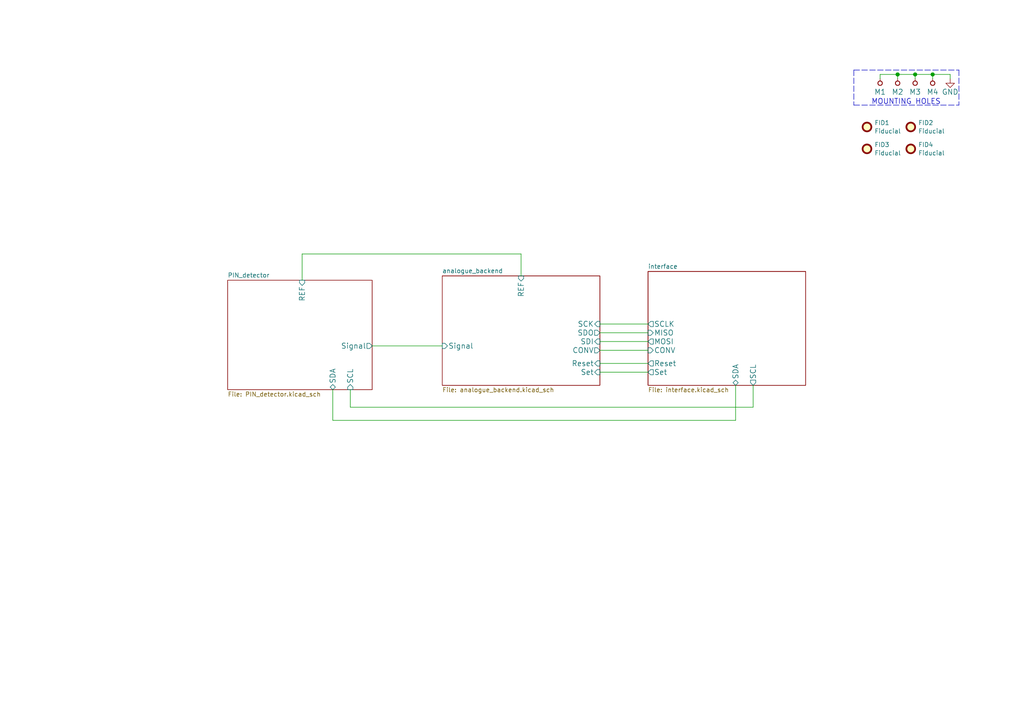
<source format=kicad_sch>
(kicad_sch (version 20230121) (generator eeschema)
  (paper "A4")
  (title_block (title "AIRDOS04A base board") (date "2023-10-23") (company "Jakub Kákona <info@ust.cz>") (comment 2 "Airborne semiconductor\\nionizing radiation detector") (comment 4 "GPL 3"))
  (lib_symbols
    (symbol "MLAB_MECHANICAL:HOLE" (pin_numbers hide) (pin_names (offset 1.016) hide)
      (property "Reference" "M" (at 0 2.54 0))
      (property "Value" "HOLE" (at 0 -2.54 0))
      (symbol "HOLE_0_1"
        (circle (center 0 0) (radius 0.635) (stroke (width 0.254)))
      )
      (symbol "HOLE_1_1"
        (pin input line (at 1.27 0 180) (length 0.635) (name "~") (number "1"))
      )
    )
    (symbol "Mechanical:Fiducial"
      (property "Reference" "FID" (at 0 5.08 0))
      (property "Value" "Fiducial" (at 0 3.175 0))
      (symbol "Fiducial_0_1"
        (circle (center 0 0) (radius 1.27) (stroke (width 0.508)) (fill (type background)))
      )
    )
    (symbol "power:GND" (power) (pin_names (offset 0))
      (property "Value" "GND" (at 0 -3.81 0))
      (symbol "GND_0_1"
        (polyline (pts (xy 0 0) (xy 0 -1.27) (xy 1.27 -1.27) (xy 0 -2.54) (xy -1.27 -1.27) (xy 0 -1.27)))
      )
      (symbol "GND_1_1"
        (pin power_in line (at 0 0 270) (length 0) hide (name "GND") (number "1"))
      )
    )
  )
  (junction (at 265.43 21.59) (diameter 1.016))
  (junction (at 260.35 21.59) (diameter 1.016))
  (junction (at 270.51 21.59) (diameter 1.016))
  (wire (pts (xy 265.43 21.59) (xy 260.35 21.59)))
  (wire (pts (xy 173.99 105.41) (xy 187.96 105.41)))
  (wire (pts (xy 96.52 113.03) (xy 96.52 121.92)))
  (wire (pts (xy 270.51 21.59) (xy 265.43 21.59)))
  (polyline (pts (xy 247.65 20.32) (xy 247.65 30.48)) (stroke (width 0) (type dash)))
  (wire (pts (xy 87.63 81.28) (xy 87.63 73.66)))
  (wire (pts (xy 173.99 107.95) (xy 187.96 107.95)))
  (polyline (pts (xy 247.65 20.32) (xy 278.13 20.32)) (stroke (width 0) (type dash)))
  (polyline (pts (xy 278.13 20.32) (xy 278.13 30.48)) (stroke (width 0) (type dash)))
  (wire (pts (xy 87.63 73.66) (xy 151.13 73.66)))
  (wire (pts (xy 151.13 73.66) (xy 151.13 80.01)))
  (wire (pts (xy 173.99 96.52) (xy 187.96 96.52)))
  (wire (pts (xy 218.44 118.11) (xy 101.6 118.11)))
  (wire (pts (xy 173.99 93.98) (xy 187.96 93.98)))
  (wire (pts (xy 265.43 22.86) (xy 265.43 21.59)))
  (polyline (pts (xy 247.65 30.48) (xy 278.13 30.48)) (stroke (width 0) (type dash)))
  (wire (pts (xy 260.35 22.86) (xy 260.35 21.59)))
  (wire (pts (xy 107.95 100.33) (xy 128.27 100.33)))
  (wire (pts (xy 218.44 111.76) (xy 218.44 118.11)))
  (wire (pts (xy 275.59 22.86) (xy 275.59 21.59)))
  (wire (pts (xy 213.36 121.92) (xy 213.36 111.76)))
  (wire (pts (xy 173.99 99.06) (xy 187.96 99.06)))
  (wire (pts (xy 260.35 21.59) (xy 255.27 21.59)))
  (wire (pts (xy 255.27 21.59) (xy 255.27 22.86)))
  (wire (pts (xy 270.51 22.86) (xy 270.51 21.59)))
  (wire (pts (xy 96.52 121.92) (xy 213.36 121.92)))
  (wire (pts (xy 101.6 118.11) (xy 101.6 113.03)))
  (wire (pts (xy 275.59 21.59) (xy 270.51 21.59)))
  (wire (pts (xy 173.99 101.6) (xy 187.96 101.6)))
  (text "MOUNTING HOLES" (at 252.73 30.48 0) (effects (font (size 1.524 1.524)) (justify left bottom)))
  (symbol (lib_id "MLAB_MECHANICAL:HOLE") (at 255.27 24.13 90) (unit 1)
    (property "Reference" "M1" (at 255.27 26.67 90) (effects (font (size 1.524 1.524))))
    (property "Value" "HOLE" (effects hide))
    (property "Footprint" "Mlab_Mechanical:MountingHole_3mm" (effects hide))
  )
  (symbol (lib_id "Mechanical:Fiducial") (at 264.16 43.18 0) (unit 1)
    (property "Reference" "FID4" (at 266.319 41.9679 0) (effects (justify left)))
    (property "Value" "Fiducial" (at 266.319 44.3921 0) (effects (justify left)))
    (property "Footprint" "Fiducial:Fiducial_1mm_Mask2mm" (effects hide))
  )
  (symbol (lib_id "Mechanical:Fiducial") (at 251.46 43.18 0) (unit 1)
    (property "Reference" "FID3" (at 253.619 41.9679 0) (effects (justify left)))
    (property "Value" "Fiducial" (at 253.619 44.3921 0) (effects (justify left)))
    (property "Footprint" "Fiducial:Fiducial_1mm_Mask2mm" (effects hide))
  )
  (symbol (lib_id "power:GND") (at 275.59 22.86 0) (unit 1)
    (property "Reference" "#PWR01" (effects hide))
    (property "Value" "GND" (at 275.59 26.67 0) (effects (font (size 1.524 1.524))))
  )
  (symbol (lib_id "MLAB_MECHANICAL:HOLE") (at 260.35 24.13 90) (unit 1)
    (property "Reference" "M2" (at 260.35 26.67 90) (effects (font (size 1.524 1.524))))
    (property "Value" "HOLE" (effects hide))
    (property "Footprint" "Mlab_Mechanical:MountingHole_3mm" (effects hide))
  )
  (symbol (lib_id "MLAB_MECHANICAL:HOLE") (at 265.43 24.13 90) (unit 1)
    (property "Reference" "M3" (at 265.43 26.67 90) (effects (font (size 1.524 1.524))))
    (property "Value" "HOLE" (effects hide))
    (property "Footprint" "Mlab_Mechanical:MountingHole_3mm" (effects hide))
  )
  (symbol (lib_id "Mechanical:Fiducial") (at 251.46 36.83 0) (unit 1)
    (property "Reference" "FID1" (at 253.619 35.6179 0) (effects (justify left)))
    (property "Value" "Fiducial" (at 253.619 38.0421 0) (effects (justify left)))
    (property "Footprint" "Fiducial:Fiducial_1mm_Mask2mm" (effects hide))
  )
  (symbol (lib_id "Mechanical:Fiducial") (at 264.16 36.83 0) (unit 1)
    (property "Reference" "FID2" (at 266.319 35.6179 0) (effects (justify left)))
    (property "Value" "Fiducial" (at 266.319 38.0421 0) (effects (justify left)))
    (property "Footprint" "Fiducial:Fiducial_1mm_Mask2mm" (effects hide))
  )
  (symbol (lib_id "MLAB_MECHANICAL:HOLE") (at 270.51 24.13 90) (unit 1)
    (property "Reference" "M4" (at 270.51 26.67 90) (effects (font (size 1.524 1.524))))
    (property "Value" "HOLE" (effects hide))
    (property "Footprint" "Mlab_Mechanical:MountingHole_3mm" (effects hide))
  )
  (sheet (at 187.96 78.74) (size 45.72 33.02) (stroke (width 0.1524))
    (property "Sheetname" "interface" (at 187.96 78.0284 0) (effects (justify left bottom)))
    (property "Sheetfile" "interface.kicad_sch" (at 187.96 112.3446 0) (effects (justify left top)))
    (pin "CONV" input (at 187.96 101.6 180) (effects (font (size 1.524 1.524))))
    (pin "SCLK" output (at 187.96 93.98 180) (effects (font (size 1.524 1.524))))
    (pin "MISO" input (at 187.96 96.52 180) (effects (font (size 1.524 1.524))))
    (pin "MOSI" output (at 187.96 99.06 180) (effects (font (size 1.524 1.524))))
    (pin "SDA" bidirectional (at 213.36 111.76 270) (effects (font (size 1.524 1.524))))
    (pin "SCL" output (at 218.44 111.76 270) (effects (font (size 1.524 1.524))))
    (pin "Set" output (at 187.96 107.95 180) (effects (font (size 1.524 1.524))))
    (pin "Reset" output (at 187.96 105.41 180) (effects (font (size 1.524 1.524))))
  )
  (sheet (at 128.27 80.01) (size 45.72 31.75) (stroke (width 0.1524))
    (property "Sheetname" "analogue_backend" (at 128.27 79.2984 0) (effects (justify left bottom)))
    (property "Sheetfile" "analogue_backend.kicad_sch" (at 128.27 112.3446 0) (effects (justify left top)))
    (pin "Signal" input (at 128.27 100.33 180) (effects (font (size 1.524 1.524))))
    (pin "REF" input (at 151.13 80.01 90) (effects (font (size 1.524 1.524))))
    (pin "CONV" output (at 173.99 101.6 0) (effects (font (size 1.524 1.524))))
    (pin "SDO" output (at 173.99 96.52 0) (effects (font (size 1.524 1.524))))
    (pin "SCK" input (at 173.99 93.98 0) (effects (font (size 1.524 1.524))))
    (pin "SDI" input (at 173.99 99.06 0) (effects (font (size 1.524 1.524))))
    (pin "Reset" input (at 173.99 105.41 0) (effects (font (size 1.524 1.524))))
    (pin "Set" input (at 173.99 107.95 0) (effects (font (size 1.524 1.524))))
  )
  (sheet (at 66.04 81.28) (size 41.91 31.75) (stroke (width 0.1524))
    (property "Sheetname" "PIN_detector" (at 66.04 80.5684 0) (effects (justify left bottom)))
    (property "Sheetfile" "PIN_detector.kicad_sch" (at 66.04 113.6146 0) (effects (justify left top)))
    (pin "Signal" output (at 107.95 100.33 0) (effects (font (size 1.524 1.524))))
    (pin "SDA" bidirectional (at 96.52 113.03 270) (effects (font (size 1.524 1.524))))
    (pin "SCL" input (at 101.6 113.03 270) (effects (font (size 1.524 1.524))))
    (pin "REF" input (at 87.63 81.28 90) (effects (font (size 1.524 1.524))))
  )
)
</source>
